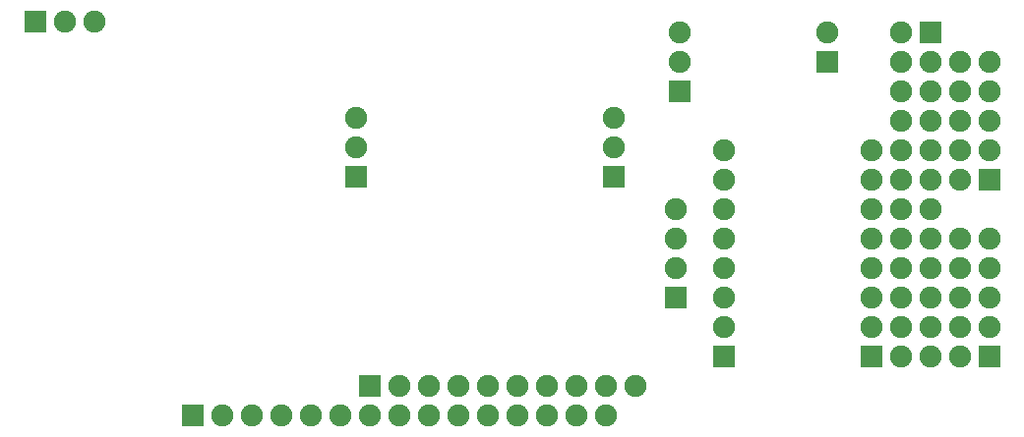
<source format=gbr>
G04 DipTrace 2.4.0.2*
%INBottomMask.gbr*%
%MOIN*%
%ADD62C,0.075*%
%ADD64R,0.075X0.075*%
%FSLAX44Y44*%
G04*
G70*
G90*
G75*
G01*
%LNBotMask*%
%LPD*%
D64*
X41940Y17940D3*
D62*
X40940D3*
X41940Y16940D3*
X40940D3*
X41940Y15940D3*
X40940D3*
X41940Y14940D3*
X40940D3*
X41940Y13940D3*
X40940D3*
X41940Y12940D3*
X40940D3*
X41940Y11940D3*
X40940D3*
X41940Y10940D3*
X40940D3*
X41940Y9940D3*
X40940D3*
X41940Y8940D3*
X40940D3*
X41940Y7940D3*
X40940D3*
X41940Y6940D3*
X40940D3*
D64*
X22940Y5940D3*
D62*
X23940D3*
X24940D3*
X25940D3*
X26940D3*
X27940D3*
X28940D3*
X29940D3*
X30940D3*
X31940D3*
D64*
X43940Y6940D3*
D62*
X42940D3*
X43940Y7940D3*
X42940D3*
X43940Y8940D3*
X42940D3*
X43940Y9940D3*
X42940D3*
X43940Y10940D3*
X42940D3*
D64*
X43940Y12940D3*
D62*
X42940D3*
X43940Y13940D3*
X42940D3*
X43940Y14940D3*
X42940D3*
X43940Y15940D3*
X42940D3*
X43940Y16940D3*
X42940D3*
D64*
X11621Y18314D3*
D62*
X12621D3*
X13621D3*
D64*
X22489Y13040D3*
D62*
Y14040D3*
Y15040D3*
D64*
X31224Y13036D3*
D62*
Y14036D3*
Y15036D3*
D64*
X38440Y16940D3*
D62*
Y17940D3*
D64*
X33440Y15940D3*
D62*
Y16940D3*
Y17940D3*
D64*
X33318Y8941D3*
D62*
Y9941D3*
Y10941D3*
Y11941D3*
D64*
X39940Y6940D3*
D62*
Y7940D3*
Y8940D3*
Y9940D3*
Y10940D3*
Y11940D3*
Y12940D3*
Y13940D3*
D64*
X34940Y6940D3*
D62*
Y7940D3*
Y8940D3*
Y9940D3*
Y10940D3*
Y11940D3*
Y12940D3*
Y13940D3*
D64*
X16940Y4940D3*
D62*
X17940D3*
X18940D3*
X19940D3*
X20940D3*
X21940D3*
X22940D3*
X23940D3*
X24940D3*
X25940D3*
X26940D3*
X27940D3*
X28940D3*
X29940D3*
X30940D3*
M02*

</source>
